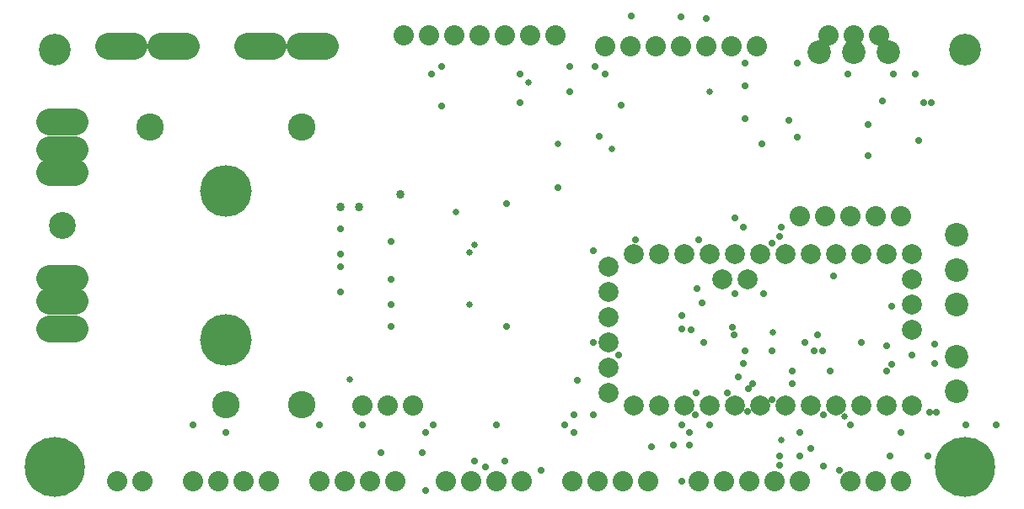
<source format=gts>
G04 EAGLE Gerber RS-274X export*
G75*
%MOMM*%
%FSLAX34Y34*%
%LPD*%
%INSoldermask Top*%
%IPPOS*%
%AMOC8*
5,1,8,0,0,1.08239X$1,22.5*%
G01*
%ADD10C,2.032000*%
%ADD11C,3.203200*%
%ADD12C,2.743200*%
%ADD13C,5.203200*%
%ADD14C,2.743200*%
%ADD15C,2.363200*%
%ADD16C,2.003200*%
%ADD17C,6.045200*%
%ADD18C,2.703200*%
%ADD19C,0.705600*%
%ADD20C,0.655600*%
%ADD21C,0.855600*%


D10*
X492813Y474075D03*
X518213Y474075D03*
X543613Y474075D03*
X467413Y474075D03*
X442013Y474075D03*
X416613Y474075D03*
X391213Y474075D03*
X644213Y463550D03*
X618813Y463550D03*
X593413Y463550D03*
X669613Y463550D03*
X695013Y463550D03*
X720413Y463550D03*
X745813Y463550D03*
D11*
X955000Y460000D03*
D12*
X288200Y102550D03*
X212200Y102550D03*
X135800Y381950D03*
X288200Y381950D03*
D13*
X212200Y167550D03*
X212200Y317550D03*
D14*
X172550Y463550D02*
X147150Y463550D01*
X119550Y463550D02*
X94150Y463550D01*
X286850Y463550D02*
X312250Y463550D01*
X259250Y463550D02*
X233850Y463550D01*
D11*
X40000Y460000D03*
D15*
X946150Y115813D03*
X946150Y150813D03*
D10*
X611188Y25400D03*
X585788Y25400D03*
X560388Y25400D03*
X636588Y25400D03*
X230188Y25400D03*
X204788Y25400D03*
X179388Y25400D03*
X255588Y25400D03*
X738188Y25400D03*
X712788Y25400D03*
X687388Y25400D03*
X763588Y25400D03*
X788988Y25400D03*
X357188Y25400D03*
X331788Y25400D03*
X306388Y25400D03*
X382588Y25400D03*
X484188Y25400D03*
X458788Y25400D03*
X433388Y25400D03*
X509588Y25400D03*
X890588Y25400D03*
X865188Y25400D03*
X839788Y25400D03*
D16*
X901700Y254000D03*
X876300Y254000D03*
X850900Y254000D03*
X825500Y254000D03*
X800100Y254000D03*
X774700Y254000D03*
X749300Y254000D03*
X723900Y254000D03*
X698500Y254000D03*
X673100Y254000D03*
X647700Y254000D03*
X622300Y254000D03*
X901700Y228600D03*
X901700Y203200D03*
X901700Y177800D03*
X596900Y241300D03*
X596900Y215900D03*
X596900Y190500D03*
X596900Y165100D03*
X596900Y139700D03*
X596900Y114300D03*
X711200Y228600D03*
X736600Y228600D03*
X901700Y101600D03*
X876300Y101600D03*
X850900Y101600D03*
X825500Y101600D03*
X800100Y101600D03*
X774700Y101600D03*
X723900Y101600D03*
X698500Y101600D03*
X647700Y101600D03*
X622300Y101600D03*
X673100Y101600D03*
X749300Y101600D03*
D10*
X400050Y101600D03*
X374650Y101600D03*
X349250Y101600D03*
D17*
X955000Y40000D03*
X40000Y40000D03*
D15*
X946150Y203200D03*
X946150Y238200D03*
X946150Y273200D03*
D14*
X60325Y358775D02*
X34925Y358775D01*
X34925Y206375D02*
X60325Y206375D01*
D18*
X47625Y282575D03*
D10*
X128588Y25400D03*
X103188Y25400D03*
D14*
X60325Y386715D02*
X34925Y386715D01*
X34925Y178435D02*
X60325Y178435D01*
X60325Y229235D02*
X34925Y229235D01*
X34925Y335915D02*
X60325Y335915D01*
D10*
X817613Y474075D03*
X843013Y474075D03*
X868413Y474075D03*
X839788Y292100D03*
X814388Y292100D03*
X788988Y292100D03*
X865188Y292100D03*
X890588Y292100D03*
D15*
X878000Y457000D03*
X843000Y457000D03*
X808000Y457000D03*
D19*
X839788Y82550D03*
X955675Y82550D03*
X669925Y82550D03*
X552450Y82550D03*
X349250Y82550D03*
X306388Y82550D03*
X179388Y82550D03*
X986425Y82550D03*
X822325Y231775D03*
X698500Y82550D03*
X484281Y82550D03*
X901700Y152400D03*
X669925Y25400D03*
X819150Y136525D03*
X420688Y82550D03*
X769938Y280988D03*
X623888Y268288D03*
X686800Y268288D03*
X731838Y280988D03*
X890588Y74544D03*
X788988Y74544D03*
X212200Y74544D03*
X581025Y257175D03*
X581025Y165100D03*
X581025Y92075D03*
X561975Y92075D03*
X561975Y74544D03*
X793750Y165100D03*
X692150Y165100D03*
X412750Y74544D03*
X368300Y53975D03*
X409575Y53975D03*
X850900Y165100D03*
X677693Y74544D03*
X768350Y50800D03*
X788988Y50800D03*
X661988Y61913D03*
X677693Y61913D03*
X473075Y39688D03*
X723900Y290513D03*
X768500Y271613D03*
X669000Y493000D03*
D20*
X515938Y427038D03*
X442913Y296863D03*
D19*
X695000Y491000D03*
X619000Y494000D03*
D20*
X457200Y203200D03*
D19*
X609000Y404000D03*
D20*
X546100Y365125D03*
X461963Y263525D03*
X698500Y417513D03*
X600075Y360363D03*
X336550Y128270D03*
D19*
X690563Y204788D03*
X606425Y152400D03*
X760413Y265113D03*
D20*
X762000Y175260D03*
D19*
X412750Y15875D03*
X760413Y157163D03*
X760413Y107950D03*
X750888Y365125D03*
X785813Y371475D03*
X731838Y144463D03*
X461963Y46038D03*
X492125Y46038D03*
D20*
X769938Y66675D03*
D19*
X876300Y161925D03*
X876300Y136525D03*
X919163Y95250D03*
X917575Y50800D03*
X879475Y50800D03*
X925513Y95250D03*
X881063Y142875D03*
X881063Y201613D03*
X528638Y36513D03*
X828675Y36513D03*
D20*
X833438Y90488D03*
D19*
X923925Y144463D03*
X923925Y163513D03*
X806450Y173038D03*
X803275Y157163D03*
X812800Y92075D03*
X812800Y40866D03*
X768350Y41275D03*
X781050Y136525D03*
X781050Y123825D03*
X727075Y130175D03*
X565150Y127000D03*
X685800Y219075D03*
X679450Y177800D03*
X715963Y114300D03*
X685000Y114000D03*
X670000Y192000D03*
X670000Y179000D03*
X684000Y92000D03*
X741363Y123825D03*
X733425Y157163D03*
X800100Y58738D03*
X639763Y60325D03*
D21*
X387350Y314325D03*
D19*
X377825Y266700D03*
X377825Y228600D03*
X377825Y203200D03*
X377825Y180975D03*
X908050Y368300D03*
X857250Y384175D03*
X857250Y353025D03*
X733425Y446088D03*
X733425Y423863D03*
X587375Y373063D03*
X428625Y403225D03*
X493713Y304800D03*
X494284Y180975D03*
X428625Y442913D03*
X912813Y406400D03*
X785813Y446088D03*
X582613Y442913D03*
X557213Y417513D03*
X557213Y442913D03*
X777875Y388938D03*
X733425Y390525D03*
X546100Y320625D03*
D21*
X346075Y301625D03*
X327025Y301625D03*
D19*
X508000Y406400D03*
X508000Y434975D03*
X419100Y434975D03*
X327025Y215900D03*
X327025Y241300D03*
X327025Y254000D03*
X327025Y279400D03*
X882650Y434975D03*
X920750Y406400D03*
X904875Y434975D03*
X836613Y434975D03*
X593000Y434975D03*
D20*
X457200Y255588D03*
D19*
X752475Y214313D03*
X722497Y172579D03*
X737218Y118717D03*
X736113Y95737D03*
X723900Y214313D03*
X721308Y180392D03*
X812000Y157000D03*
X871827Y407988D03*
M02*

</source>
